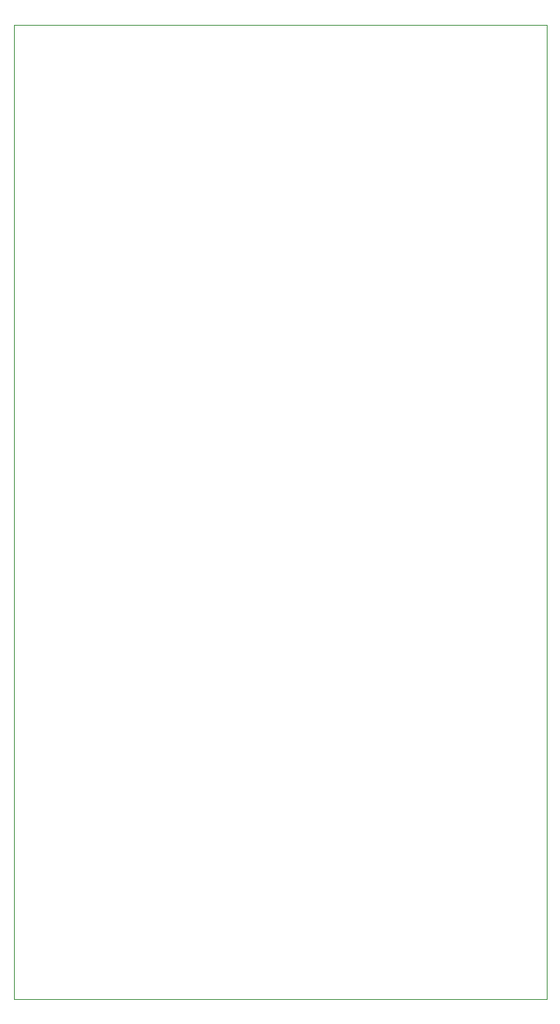
<source format=gbr>
%TF.GenerationSoftware,KiCad,Pcbnew,(6.0.1-0)*%
%TF.CreationDate,2022-12-12T12:20:09+02:00*%
%TF.ProjectId,EurorackDualPitchQuantizerBack,4575726f-7261-4636-9b44-75616c506974,rev?*%
%TF.SameCoordinates,Original*%
%TF.FileFunction,Profile,NP*%
%FSLAX46Y46*%
G04 Gerber Fmt 4.6, Leading zero omitted, Abs format (unit mm)*
G04 Created by KiCad (PCBNEW (6.0.1-0)) date 2022-12-12 12:20:09*
%MOMM*%
%LPD*%
G01*
G04 APERTURE LIST*
%TA.AperFunction,Profile*%
%ADD10C,0.100000*%
%TD*%
G04 APERTURE END LIST*
D10*
X13000000Y-17000000D02*
X71000000Y-17000000D01*
X71000000Y-17000000D02*
X71000000Y-123000000D01*
X71000000Y-123000000D02*
X13000000Y-123000000D01*
X13000000Y-123000000D02*
X13000000Y-17000000D01*
M02*

</source>
